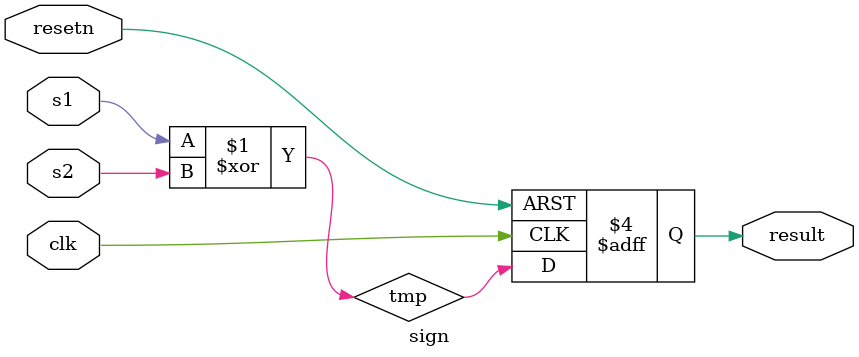
<source format=v>
module sign(clk,resetn,s1,s2,result);
	input clk,resetn;
	input s1,s2;
	output reg result;
	
	wire tmp;
	
	xor xor_0(tmp,s1,s2);
	
	always @(posedge clk or negedge resetn) begin
		if(!resetn) result <= 0;
		else result <= tmp;
	end


endmodule

</source>
